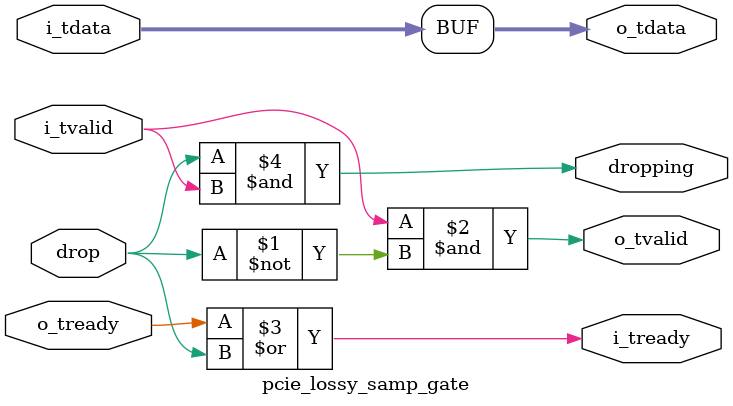
<source format=v>


module pcie_lossy_samp_gate
(
   input [63:0]   i_tdata,
   input          i_tvalid,
   output         i_tready,
   
   output [63:0]  o_tdata,
   output         o_tvalid,
   input          o_tready,
   
   input          drop,
   output         dropping
);

   assign o_tdata    = i_tdata;
   assign o_tvalid   = i_tvalid & ~drop;
   assign i_tready   = o_tready | drop;
   
   assign dropping   = drop & i_tvalid;
   
endmodule // pcie_lossy_samp_gate

</source>
